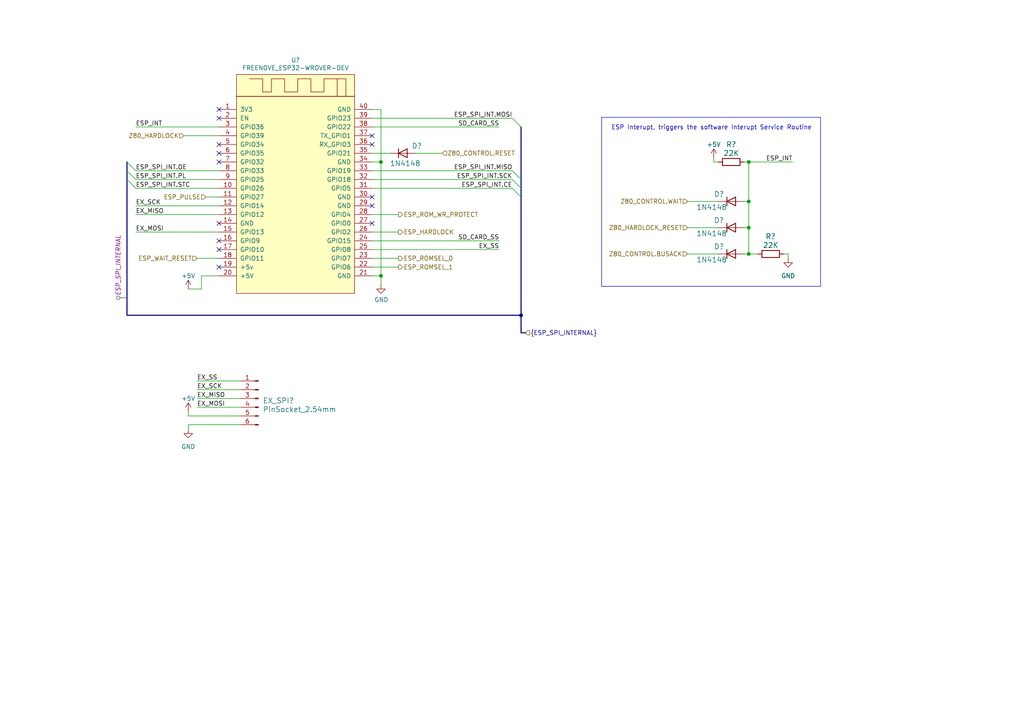
<source format=kicad_sch>
(kicad_sch (version 20230121) (generator eeschema)
  (paper "A4")
  (title_block (title "FujiNet Z80Bus reference design") (date "2023-05-13") (rev "0.1") (company "FujiNet") (comment 1 "This core component encapsulates the ESP32 "))
  (lib_symbols
    (symbol "Connector:Conn_01x06_Pin" (pin_names (offset 1.016) hide)
      (property "Reference" "J" (at 0 7.62 0))
      (property "Value" "Conn_01x06_Pin" (at 0 -10.16 0))
      (symbol "Conn_01x06_Pin_1_1"
        (polyline (pts (xy 1.27 -7.62) (xy 0.8636 -7.62)) (stroke (width 0.1524)))
        (polyline (pts (xy 1.27 -5.08) (xy 0.8636 -5.08)) (stroke (width 0.1524)))
        (polyline (pts (xy 1.27 -2.54) (xy 0.8636 -2.54)) (stroke (width 0.1524)))
        (polyline (pts (xy 1.27 0) (xy 0.8636 0)) (stroke (width 0.1524)))
        (polyline (pts (xy 1.27 2.54) (xy 0.8636 2.54)) (stroke (width 0.1524)))
        (polyline (pts (xy 1.27 5.08) (xy 0.8636 5.08)) (stroke (width 0.1524)))
        (rectangle (start 0.8636 -7.493) (end 0 -7.747) (stroke (width 0.1524)) (fill (type outline)))
        (rectangle (start 0.8636 -4.953) (end 0 -5.207) (stroke (width 0.1524)) (fill (type outline)))
        (rectangle (start 0.8636 -2.413) (end 0 -2.667) (stroke (width 0.1524)) (fill (type outline)))
        (rectangle (start 0.8636 0.127) (end 0 -0.127) (stroke (width 0.1524)) (fill (type outline)))
        (rectangle (start 0.8636 2.667) (end 0 2.413) (stroke (width 0.1524)) (fill (type outline)))
        (rectangle (start 0.8636 5.207) (end 0 4.953) (stroke (width 0.1524)) (fill (type outline)))
        (pin passive line (at 5.08 5.08 180) (length 3.81) (name "Pin_1") (number "1"))
        (pin passive line (at 5.08 2.54 180) (length 3.81) (name "Pin_2") (number "2"))
        (pin passive line (at 5.08 0 180) (length 3.81) (name "Pin_3") (number "3"))
        (pin passive line (at 5.08 -2.54 180) (length 3.81) (name "Pin_4") (number "4"))
        (pin passive line (at 5.08 -5.08 180) (length 3.81) (name "Pin_5") (number "5"))
        (pin passive line (at 5.08 -7.62 180) (length 3.81) (name "Pin_6") (number "6"))
      )
    )
    (symbol "Device:D" (pin_numbers hide) (pin_names (offset 1.016) hide)
      (property "Reference" "D" (at 0 2.54 0))
      (property "Value" "D" (at 0 -2.54 0))
      (symbol "D_0_1"
        (polyline (pts (xy -1.27 1.27) (xy -1.27 -1.27)) (stroke (width 0.254)))
        (polyline (pts (xy 1.27 0) (xy -1.27 0)))
        (polyline (pts (xy 1.27 1.27) (xy 1.27 -1.27) (xy -1.27 0) (xy 1.27 1.27)) (stroke (width 0.254)))
      )
      (symbol "D_1_1"
        (pin passive line (at -3.81 0 0) (length 2.54) (name "K") (number "1"))
        (pin passive line (at 3.81 0 180) (length 2.54) (name "A") (number "2"))
      )
    )
    (symbol "Device:R" (pin_numbers hide) (pin_names (offset 0))
      (property "Reference" "R" (at 2.032 0 90))
      (property "Value" "R" (at 0 0 90))
      (symbol "R_0_1"
        (rectangle (start -1.016 -2.54) (end 1.016 2.54) (stroke (width 0.254)))
      )
      (symbol "R_1_1"
        (pin passive line (at 0 3.81 270) (length 1.27) (name "~") (number "1"))
        (pin passive line (at 0 -3.81 90) (length 1.27) (name "~") (number "2"))
      )
    )
    (symbol "esp32-wrover:FREENOVE_ESP32-WROVER-DEV" (pin_names (offset 1.016))
      (property "Reference" "U1" (at 3.175 10.541 0))
      (property "Value" "FREENOVE_ESP32-WROVER-DEV" (at 3.175 8.2296 0))
      (symbol "FREENOVE_ESP32-WROVER-DEV_0_0"
        (pin power_in line (at -19.05 -52.07 0) (length 5.08) (name "+5V") (number "20"))
        (pin power_in line (at 25.4 -3.81 180) (length 5.08) (name "GND") (number "40"))
      )
      (symbol "FREENOVE_ESP32-WROVER-DEV_1_1"
        (rectangle (start -13.97 0) (end 20.32 -57.15) (fill (type background)))
        (rectangle (start -13.97 6.35) (end 20.32 0) (fill (type background)))
        (polyline (pts (xy 15.24 5.08) (xy 17.78 5.08) (xy 17.78 0)))
        (polyline (pts (xy -10.16 5.08) (xy -6.35 5.08) (xy -6.35 1.27) (xy -3.81 1.27) (xy -3.81 5.08) (xy 0 5.08) (xy 0 1.27) (xy 3.81 1.27) (xy 3.81 5.08) (xy 7.62 5.08) (xy 7.62 1.27) (xy 11.43 1.27) (xy 11.43 5.08) (xy 15.24 5.08) (xy 15.24 0)))
        (pin power_in line (at -19.05 -3.81 0) (length 5.08) (name "3V3") (number "1"))
        (pin bidirectional line (at -19.05 -26.67 0) (length 5.08) (name "GPIO26") (number "10"))
        (pin bidirectional line (at -19.05 -29.21 0) (length 5.08) (name "GPIO27") (number "11"))
        (pin bidirectional line (at -19.05 -31.75 0) (length 5.08) (name "GPIO14") (number "12"))
        (pin bidirectional line (at -19.05 -34.29 0) (length 5.08) (name "GPIO12") (number "13"))
        (pin power_in line (at -19.05 -36.83 0) (length 5.08) (name "GND") (number "14"))
        (pin bidirectional line (at -19.05 -39.37 0) (length 5.08) (name "GPIO13") (number "15"))
        (pin bidirectional line (at -19.05 -41.91 0) (length 5.08) (name "GPIO9") (number "16"))
        (pin bidirectional line (at -19.05 -44.45 0) (length 5.08) (name "GPIO10") (number "17"))
        (pin bidirectional line (at -19.05 -46.99 0) (length 5.08) (name "GPIO11") (number "18"))
        (pin power_in line (at -19.05 -49.53 0) (length 5.08) (name "+5v") (number "19"))
        (pin input line (at -19.05 -6.35 0) (length 5.08) (name "EN") (number "2"))
        (pin power_in line (at 25.4 -52.07 180) (length 5.08) (name "GND") (number "21"))
        (pin bidirectional line (at 25.4 -49.53 180) (length 5.08) (name "GPIO6") (number "22"))
        (pin bidirectional line (at 25.4 -46.99 180) (length 5.08) (name "GPIO7") (number "23"))
        (pin bidirectional line (at 25.4 -41.91 180) (length 5.08) (name "GPIO15") (number "24"))
        (pin bidirectional line (at 25.4 -44.45 180) (length 5.08) (name "GPIO8") (number "25"))
        (pin bidirectional line (at 25.4 -39.37 180) (length 5.08) (name "GPIO2") (number "26"))
        (pin input line (at 25.4 -36.83 180) (length 5.08) (name "GPIO0") (number "27"))
        (pin bidirectional line (at 25.4 -34.29 180) (length 5.08) (name "GPIO4") (number "28"))
        (pin power_in line (at 25.4 -31.75 180) (length 5.08) (name "GND") (number "29"))
        (pin bidirectional line (at -19.05 -8.89 0) (length 5.08) (name "GPIO36") (number "3"))
        (pin power_in line (at 25.4 -29.21 180) (length 5.08) (name "GND") (number "30"))
        (pin bidirectional line (at 25.4 -26.67 180) (length 5.08) (name "GPIO5") (number "31"))
        (pin bidirectional line (at 25.4 -24.13 180) (length 5.08) (name "GPIO18") (number "32"))
        (pin bidirectional line (at 25.4 -21.59 180) (length 5.08) (name "GPIO19") (number "33"))
        (pin power_in line (at 25.4 -19.05 180) (length 5.08) (name "GND") (number "34"))
        (pin bidirectional line (at 25.4 -16.51 180) (length 5.08) (name "GPIO21") (number "35"))
        (pin input line (at 25.4 -13.97 180) (length 5.08) (name "RX_GPIO3") (number "36"))
        (pin output line (at 25.4 -11.43 180) (length 5.08) (name "TX_GPIO1") (number "37"))
        (pin bidirectional line (at 25.4 -8.89 180) (length 5.08) (name "GPIO22") (number "38"))
        (pin bidirectional line (at 25.4 -6.35 180) (length 5.08) (name "GPIO23") (number "39"))
        (pin bidirectional line (at -19.05 -11.43 0) (length 5.08) (name "GPIO39") (number "4"))
        (pin bidirectional line (at -19.05 -13.97 0) (length 5.08) (name "GPIO34") (number "5"))
        (pin bidirectional line (at -19.05 -16.51 0) (length 5.08) (name "GPIO35") (number "6"))
        (pin bidirectional line (at -19.05 -19.05 0) (length 5.08) (name "GPIO32") (number "7"))
        (pin bidirectional line (at -19.05 -21.59 0) (length 5.08) (name "GPIO33") (number "8"))
        (pin bidirectional line (at -19.05 -24.13 0) (length 5.08) (name "GPIO25") (number "9"))
      )
    )
    (symbol "power:+5V" (power) (pin_names (offset 0))
      (property "Value" "+5V" (at 0 3.556 0))
      (symbol "+5V_0_1"
        (polyline (pts (xy -0.762 1.27) (xy 0 2.54)))
        (polyline (pts (xy 0 0) (xy 0 2.54)))
        (polyline (pts (xy 0 2.54) (xy 0.762 1.27)))
      )
      (symbol "+5V_1_1"
        (pin power_in line (at 0 0 90) (length 0) hide (name "+5V") (number "1"))
      )
    )
    (symbol "power:GND" (power) (pin_names (offset 0))
      (property "Value" "GND" (at 0 -3.81 0))
      (symbol "GND_0_1"
        (polyline (pts (xy 0 0) (xy 0 -1.27) (xy 1.27 -1.27) (xy 0 -2.54) (xy -1.27 -1.27) (xy 0 -1.27)))
      )
      (symbol "GND_1_1"
        (pin power_in line (at 0 0 270) (length 0) hide (name "GND") (number "1"))
      )
    )
  )
  (bus_alias "LOCAL_CONTROL" (members "LOCAL_CONTROL.RD" "LOCAL_CONTROL.WR" "LOCAL_CONTROL.IORQ" "LOCAL_CONTROL.MEMRQ"))
  (junction (at 110.49 80.01))
  (junction (at 217.17 73.66))
  (junction (at 217.17 66.04))
  (junction (at 217.17 46.99))
  (junction (at 110.49 46.99))
  (junction (at 217.17 58.42))
  (junction (at 151.13 91.44))
  (no_connect (at 63.5 77.47))
  (no_connect (at 107.95 64.77))
  (no_connect (at 107.95 59.69))
  (no_connect (at 63.5 69.85))
  (no_connect (at 63.5 34.29))
  (no_connect (at 63.5 64.77))
  (no_connect (at 63.5 46.99))
  (no_connect (at 107.95 41.91))
  (no_connect (at 107.95 39.37))
  (no_connect (at 63.5 41.91))
  (no_connect (at 107.95 57.15))
  (no_connect (at 63.5 72.39))
  (no_connect (at 63.5 44.45))
  (no_connect (at 63.5 31.75))
  (bus_entry (at 148.59 49.53) (size 2.54 2.54))
  (bus_entry (at 36.83 49.53) (size 2.54 2.54))
  (bus_entry (at 148.59 52.07) (size 2.54 2.54))
  (bus_entry (at 148.59 34.29) (size 2.54 2.54))
  (bus_entry (at 36.83 46.99) (size 2.54 2.54))
  (bus_entry (at 36.83 52.07) (size 2.54 2.54))
  (bus_entry (at 148.59 54.61) (size 2.54 2.54))
  (wire (pts (xy 120.65 44.45) (xy 128.27 44.45)))
  (wire (pts (xy 58.42 80.01) (xy 58.42 83.82)))
  (wire (pts (xy 54.61 120.65) (xy 54.61 119.38)))
  (bus (pts (xy 36.83 52.07) (xy 36.83 91.44)))
  (wire (pts (xy 217.17 46.99) (xy 229.87 46.99)))
  (wire (pts (xy 227.33 73.66) (xy 228.6 73.66)))
  (wire (pts (xy 215.9 46.99) (xy 217.17 46.99)))
  (wire (pts (xy 63.5 52.07) (xy 39.37 52.07)))
  (wire (pts (xy 63.5 74.93) (xy 57.15 74.93)))
  (wire (pts (xy 54.61 123.19) (xy 69.85 123.19)))
  (wire (pts (xy 107.95 36.83) (xy 144.78 36.83)))
  (wire (pts (xy 215.9 58.42) (xy 217.17 58.42)))
  (wire (pts (xy 107.95 46.99) (xy 110.49 46.99)))
  (wire (pts (xy 107.95 34.29) (xy 148.59 34.29)))
  (wire (pts (xy 207.01 46.99) (xy 208.28 46.99)))
  (wire (pts (xy 53.34 39.37) (xy 63.5 39.37)))
  (wire (pts (xy 63.5 54.61) (xy 39.37 54.61)))
  (bus (pts (xy 151.13 96.52) (xy 151.13 91.44)))
  (wire (pts (xy 107.95 52.07) (xy 148.59 52.07)))
  (bus (pts (xy 151.13 96.52) (xy 152.4 96.52)))
  (wire (pts (xy 215.9 73.66) (xy 217.17 73.66)))
  (bus (pts (xy 151.13 54.61) (xy 151.13 57.15)))
  (bus (pts (xy 151.13 52.07) (xy 151.13 54.61)))
  (wire (pts (xy 54.61 120.65) (xy 69.85 120.65)))
  (bus (pts (xy 36.83 49.53) (xy 36.83 52.07)))
  (wire (pts (xy 58.42 83.82) (xy 54.61 83.82)))
  (wire (pts (xy 207.01 45.72) (xy 207.01 46.99)))
  (wire (pts (xy 57.15 115.57) (xy 69.85 115.57)))
  (wire (pts (xy 217.17 46.99) (xy 217.17 58.42)))
  (wire (pts (xy 63.5 67.31) (xy 39.37 67.31)))
  (wire (pts (xy 217.17 58.42) (xy 217.17 66.04)))
  (wire (pts (xy 110.49 46.99) (xy 110.49 80.01)))
  (wire (pts (xy 63.5 59.69) (xy 39.37 59.69)))
  (bus (pts (xy 151.13 57.15) (xy 151.13 91.44)))
  (wire (pts (xy 217.17 66.04) (xy 217.17 73.66)))
  (wire (pts (xy 199.39 73.66) (xy 208.28 73.66)))
  (wire (pts (xy 63.5 57.15) (xy 59.69 57.15)))
  (wire (pts (xy 110.49 80.01) (xy 110.49 82.55)))
  (bus (pts (xy 151.13 36.83) (xy 151.13 52.07)))
  (wire (pts (xy 57.15 113.03) (xy 69.85 113.03)))
  (wire (pts (xy 113.03 44.45) (xy 107.95 44.45)))
  (wire (pts (xy 107.95 49.53) (xy 148.59 49.53)))
  (wire (pts (xy 107.95 62.23) (xy 115.57 62.23)))
  (wire (pts (xy 107.95 54.61) (xy 148.59 54.61)))
  (bus (pts (xy 151.13 91.44) (xy 36.83 91.44)))
  (wire (pts (xy 107.95 67.31) (xy 115.57 67.31)))
  (wire (pts (xy 107.95 80.01) (xy 110.49 80.01)))
  (wire (pts (xy 57.15 118.11) (xy 69.85 118.11)))
  (wire (pts (xy 199.39 58.42) (xy 208.28 58.42)))
  (wire (pts (xy 54.61 123.19) (xy 54.61 124.46)))
  (wire (pts (xy 63.5 62.23) (xy 39.37 62.23)))
  (wire (pts (xy 217.17 73.66) (xy 219.71 73.66)))
  (wire (pts (xy 69.85 110.49) (xy 57.15 110.49)))
  (bus (pts (xy 36.83 46.99) (xy 36.83 49.53)))
  (wire (pts (xy 228.6 73.66) (xy 228.6 74.93)))
  (wire (pts (xy 107.95 74.93) (xy 115.57 74.93)))
  (wire (pts (xy 110.49 31.75) (xy 110.49 46.99)))
  (wire (pts (xy 107.95 69.85) (xy 144.78 69.85)))
  (wire (pts (xy 63.5 49.53) (xy 39.37 49.53)))
  (wire (pts (xy 107.95 72.39) (xy 144.78 72.39)))
  (wire (pts (xy 58.42 80.01) (xy 63.5 80.01)))
  (wire (pts (xy 107.95 31.75) (xy 110.49 31.75)))
  (wire (pts (xy 215.9 66.04) (xy 217.17 66.04)))
  (wire (pts (xy 63.5 36.83) (xy 39.37 36.83)))
  (wire (pts (xy 107.95 77.47) (xy 115.57 77.47)))
  (wire (pts (xy 208.28 66.04) (xy 199.39 66.04)))
  (rectangle (start 174.498 34.036) (end 237.998 83.058))
  (text "ESP Interupt, triggers the software Interupt Service Routine" (at 177.292 37.846 0) (effects (font (size 1.27 1.27)) (justify left bottom)))
  (label "EX_MISO" (at 39.37 62.23 0))
  (label "SD_CARD_SS" (at 144.78 36.83 180))
  (label "EX_MOSI" (at 57.15 118.11 0))
  (label "SD_CARD_SS" (at 144.78 69.85 180))
  (label "ESP_INT" (at 229.87 46.99 180))
  (label "ESP_SPI_INT.STC" (at 39.37 54.61 0))
  (label "ESP_INT" (at 39.37 36.83 0))
  (label "EX_MOSI" (at 39.37 67.31 0))
  (label "ESP_SPI_INT.SCK" (at 148.59 52.07 180))
  (label "EX_SCK" (at 39.37 59.69 0))
  (label "ESP_SPI_INT.PL" (at 39.37 52.07 0))
  (label "EX_SS" (at 57.15 110.49 0))
  (label "ESP_SPI_INT.CE" (at 148.59 54.61 180))
  (label "ESP_SPI_INT.OE" (at 39.37 49.53 0))
  (label "EX_SCK" (at 57.15 113.03 0))
  (label "EX_SS" (at 144.78 72.39 180))
  (label "EX_MISO" (at 57.15 115.57 0))
  (label "ESP_SPI_INT.MISO" (at 148.59 49.53 180))
  (label "ESP_SPI_INT.MOSI" (at 148.59 34.29 180))
  (hierarchical_label "ESP_WAIT_RESET" (shape input) (at 57.15 74.93 180))
  (hierarchical_label "Z80_CONTROL.RESET" (shape input) (at 128.27 44.45 0))
  (hierarchical_label "Z80_HARDLOCK" (shape input) (at 53.34 39.37 180))
  (hierarchical_label "Z80_CONTROL.BUSACK" (shape input) (at 199.39 73.66 180))
  (hierarchical_label "ESP_PULSE" (shape input) (at 59.69 57.15 180))
  (hierarchical_label "Z80_CONTROL.WAIT" (shape input) (at 199.39 58.42 180))
  (hierarchical_label "ESP_ROMSEL_0" (shape output) (at 115.57 74.93 0))
  (hierarchical_label "ESP_ROM_WR_PROTECT" (shape output) (at 115.57 62.23 0))
  (hierarchical_label "ESP_ROMSEL_1" (shape output) (at 115.57 77.47 0))
  (hierarchical_label "ESP_HARDLOCK" (shape output) (at 115.57 67.31 0))
  (hierarchical_label "Z80_HARDLOCK_RESET" (shape input) (at 199.39 66.04 180))
  (hierarchical_label "{ESP_SPI_INTERNAL}" (shape input) (at 152.4 96.52 0))
  (netclass_flag "" (length 2.54) (shape round) (at 36.83 86.36 90) (property "Netclass" "ESP_SPI_INTERNAL" (at 34.29 85.7504 90) (effects (font italic) (justify left))))
  (symbol (lib_id "Device:D") (at 116.84 44.45 0) (unit 1)
    (property "Reference" "D?" (at 119.38 43.18 0) (effects (font (size 1.4986 1.4986)) (justify left bottom)))
    (property "Value" "1N4148" (at 113.03 48.26 0) (effects (font (size 1.4986 1.4986)) (justify left bottom)))
    (property "Footprint" "Diode_THT:D_T-1_P5.08mm_Horizontal" (effects hide))
    (instances (project "FujiNet_Z80Bus_Basic" (path "" (reference "D?") (unit 1))) (project "FujiNet_Z80Bus_ReferenceDesign" (path "" (reference "D?") (unit 1)) (path "" (reference "D2") (unit 1))))
  )
  (symbol (lib_id "esp32-wrover:FREENOVE_ESP32-WROVER-DEV") (at 82.55 27.94 0) (unit 1)
    (property "Reference" "U?" (at 85.725 17.399 0))
    (property "Value" "FREENOVE_ESP32-WROVER-DEV" (at 85.725 19.7104 0))
    (property "Footprint" "esp32-wrover:FREENOVE_ESP32-WROVER-DEV" (effects hide))
    (instances (project "FujiNet_Z80Bus_Basic" (path "" (reference "U?") (unit 1))) (project "FujiNet_Z80Bus_ReferenceDesign" (path "" (reference "U?") (unit 1)) (path "" (reference "ESP1") (unit 1))))
  )
  (symbol (lib_id "Device:D") (at 212.09 73.66 0) (unit 1)
    (property "Reference" "D?" (at 207.01 72.39 0) (effects (font (size 1.4986 1.4986)) (justify left bottom)))
    (property "Value" "1N4148" (at 201.93 76.2 0) (effects (font (size 1.4986 1.4986)) (justify left bottom)))
    (property "Footprint" "Diode_THT:D_T-1_P5.08mm_Horizontal" (effects hide))
    (instances (project "FujiNet_Z80Bus_Basic" (path "" (reference "D?") (unit 1))) (project "FujiNet_Z80Bus_ReferenceDesign" (path "" (reference "D?") (unit 1)) (path "" (reference "D5") (unit 1))))
  )
  (symbol (lib_id "Device:D") (at 212.09 66.04 0) (unit 1)
    (property "Reference" "D?" (at 207.01 64.77 0) (effects (font (size 1.4986 1.4986)) (justify left bottom)))
    (property "Value" "1N4148" (at 201.93 68.58 0) (effects (font (size 1.4986 1.4986)) (justify left bottom)))
    (property "Footprint" "Diode_THT:D_T-1_P5.08mm_Horizontal" (effects hide))
    (instances (project "FujiNet_Z80Bus_Basic" (path "" (reference "D?") (unit 1))) (project "FujiNet_Z80Bus_ReferenceDesign" (path "" (reference "D?") (unit 1)) (path "" (reference "D4") (unit 1))))
  )
  (symbol (lib_id "Device:D") (at 212.09 58.42 0) (unit 1)
    (property "Reference" "D?" (at 207.01 57.15 0) (effects (font (size 1.4986 1.4986)) (justify left bottom)))
    (property "Value" "1N4148" (at 201.93 60.96 0) (effects (font (size 1.4986 1.4986)) (justify left bottom)))
    (property "Footprint" "Diode_THT:D_T-1_P5.08mm_Horizontal" (effects hide))
    (instances (project "FujiNet_Z80Bus_Basic" (path "" (reference "D?") (unit 1))) (project "FujiNet_Z80Bus_ReferenceDesign" (path "" (reference "D?") (unit 1)) (path "" (reference "D3") (unit 1))))
  )
  (symbol (lib_id "Device:R") (at 223.52 73.66 270) (mirror x) (unit 1)
    (property "Reference" "R?" (at 223.52 68.58 90) (effects (font (size 1.4986 1.4986))))
    (property "Value" "22K" (at 223.52 71.12 90) (effects (font (size 1.4986 1.4986))))
    (property "Footprint" "Resistor_THT:R_Axial_DIN0207_L6.3mm_D2.5mm_P10.16mm_Horizontal" (effects hide))
    (instances (project "FujiNet_Z80Bus_Basic" (path "" (reference "R?") (unit 1))) (project "FujiNet_Z80Bus_ReferenceDesign" (path "" (reference "R?") (unit 1)) (path "" (reference "R3") (unit 1))))
  )
  (symbol (lib_id "Device:R") (at 212.09 46.99 270) (mirror x) (unit 1)
    (property "Reference" "R?" (at 212.09 41.91 90) (effects (font (size 1.4986 1.4986))))
    (property "Value" "22K" (at 212.09 44.45 90) (effects (font (size 1.4986 1.4986))))
    (property "Footprint" "Resistor_THT:R_Axial_DIN0207_L6.3mm_D2.5mm_P10.16mm_Horizontal" (effects hide))
    (instances (project "FujiNet_Z80Bus_Basic" (path "" (reference "R?") (unit 1))) (project "FujiNet_Z80Bus_ReferenceDesign" (path "" (reference "R?") (unit 1)) (path "" (reference "R2") (unit 1))))
  )
  (symbol (lib_id "Connector:Conn_01x06_Pin") (at 74.93 115.57 0) (mirror y) (unit 1)
    (property "Reference" "EX_SPI?" (at 76.2 116.205 0) (effects (font (size 1.4986 1.4986)) (justify right)))
    (property "Value" "PinSocket_2.54mm" (at 76.2 118.745 0) (effects (font (size 1.4986 1.4986)) (justify right)))
    (property "Footprint" "Connector_PinSocket_2.54mm:PinSocket_1x06_P2.54mm_Vertical" (effects hide))
    (instances (project "FujiNet_Z80Bus_Basic" (path "" (reference "EX_SPI?") (unit 1))) (project "FujiNet_Z80Bus_ReferenceDesign" (path "" (reference "EX_SPI?") (unit 1)) (path "" (reference "EX_SPI1") (unit 1))))
  )
  (symbol (lib_id "power:GND") (at 110.49 82.55 0) (unit 1)
    (property "Reference" "#PWR05" (effects hide))
    (property "Value" "GND" (at 110.617 86.9442 0))
  )
  (symbol (lib_id "power:GND") (at 54.61 124.46 0) (unit 1)
    (property "Reference" "#PWR07" (effects hide))
    (property "Value" "GND" (at 54.61 129.54 0))
  )
  (symbol (lib_id "power:GND") (at 228.6 74.93 0) (unit 1)
    (property "Reference" "#PWR09" (effects hide))
    (property "Value" "GND" (at 228.6 80.01 0))
  )
  (symbol (lib_id "power:+5V") (at 207.01 45.72 0) (unit 1)
    (property "Reference" "#PWR08" (effects hide))
    (property "Value" "+5V" (at 207.01 41.91 0))
  )
  (symbol (lib_id "power:+5V") (at 54.61 83.82 0) (unit 1)
    (property "Reference" "#PWR04" (effects hide))
    (property "Value" "+5V" (at 54.61 80.01 0))
  )
  (symbol (lib_id "power:+5V") (at 54.61 119.38 0) (unit 1)
    (property "Reference" "#PWR06" (effects hide))
    (property "Value" "+5V" (at 54.61 115.57 0))
  )
)
</source>
